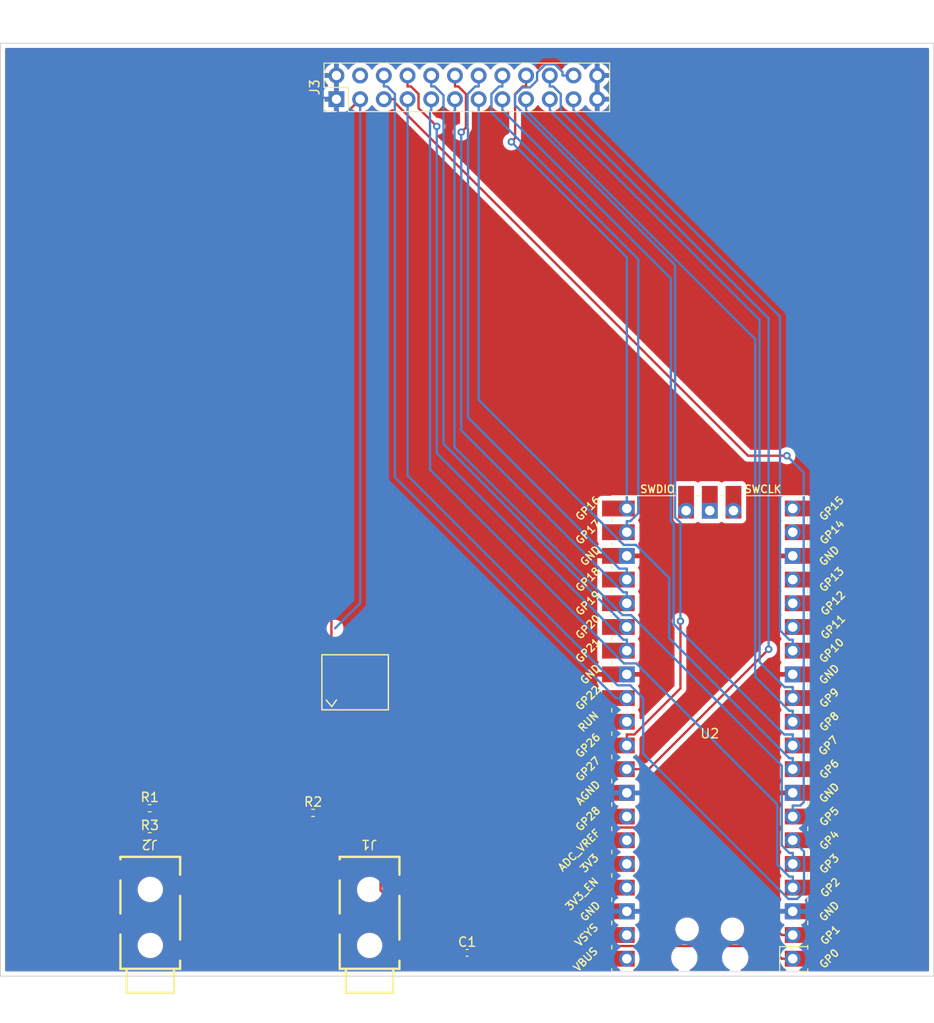
<source format=kicad_pcb>
(kicad_pcb (version 20211014) (generator pcbnew)
  (layers (0 "F.Cu" signal) (31 "B.Cu" signal) (34 "B.Paste" user) (35 "F.Paste" user) (36 "B.SilkS" user "B.Silkscreen") (37 "F.SilkS" user "F.Silkscreen") (38 "B.Mask" user) (39 "F.Mask" user) (44 "Edge.Cuts" user))
  (net 0 "")
  (net 1 "Net-(C1-Pad1)")
  (net 2 "GND")
  (net 3 "Net-(D1-Pad2)")
  (net 4 "Net-(J1-Pad3)")
  (net 7 "Net-(J2-Pad3)")
  (net 8 "Net-(J2-Pad4)")
  (net 9 "+3V3")
  (net 11 "/SCL1")
  (net 12 "/LED_4")
  (net 13 "/SDA1")
  (net 14 "/LED_3")
  (net 15 "/LED_2")
  (net 16 "/BTN_4")
  (net 17 "/LED_1")
  (net 18 "/BTN_3")
  (net 19 "/BTN_2")
  (net 20 "/BTN_5")
  (net 21 "/BTN_1")
  (net 22 "/BTN_6")
  (net 23 "/LED_5")
  (net 24 "/BTN_7")
  (net 25 "/LED_6")
  (net 26 "/SCL2")
  (net 27 "/LED_7")
  (net 28 "/SDA2")
  (net 29 "/Tx")
  (net 30 "Net-(D1-Pad1)")
  (net 32 "/Rx")
  (footprint "Connector_PinHeader_2.54mm:PinHeader_2x12_P2.54mm_Vertical" (layer "F.Cu") (at 100.5 50.5 90)
    (fp_text reference "J3" (at 1.27 -2.33 90) (layer "F.SilkS"))
    (fp_text value "Conn_02x12_Top_Bottom")
    (fp_line (start -1.33 0) (end -1.33 -1.33) (layer "F.SilkS") (width 0.12))
    (fp_line (start 1.27 1.27) (end 1.27 -1.33) (layer "F.SilkS") (width 0.12))
    (fp_line (start 1.27 -1.33) (end 3.87 -1.33) (layer "F.SilkS") (width 0.12))
    (fp_line (start -1.33 1.27) (end -1.33 29.27) (layer "F.SilkS") (width 0.12))
    (fp_line (start 3.87 -1.33) (end 3.87 29.27) (layer "F.SilkS") (width 0.12))
    (fp_line (start -1.33 -1.33) (end 0 -1.33) (layer "F.SilkS") (width 0.12))
    (fp_line (start -1.33 1.27) (end 1.27 1.27) (layer "F.SilkS") (width 0.12))
    (fp_line (start -1.33 29.27) (end 3.87 29.27) (layer "F.SilkS") (width 0.12))
    (pad "1" thru_hole rect (at 0 0 90) (size 1.7 1.7) (drill 1) (layers *.Cu *.Mask) (net 2 "GND"))
    (pad "2" thru_hole oval (at 2.54 0 90) (size 1.7 1.7) (drill 1) (layers *.Cu *.Mask) (net 2 "GND"))
    (pad "3" thru_hole oval (at 0 2.54 90) (size 1.7 1.7) (drill 1) (layers *.Cu *.Mask) (net 9 "+3V3"))
    (pad "4" thru_hole oval (at 2.54 2.54 90) (size 1.7 1.7) (drill 1) (layers *.Cu *.Mask))
    (pad "5" thru_hole oval (at 0 5.08 90) (size 1.7 1.7) (drill 1) (layers *.Cu *.Mask) (net 11 "/SCL1"))
    (pad "6" thru_hole oval (at 2.54 5.08 90) (size 1.7 1.7) (drill 1) (layers *.Cu *.Mask) (net 12 "/LED_4"))
    (pad "7" thru_hole oval (at 0 7.62 90) (size 1.7 1.7) (drill 1) (layers *.Cu *.Mask) (net 13 "/SDA1"))
    (pad "8" thru_hole oval (at 2.54 7.62 90) (size 1.7 1.7) (drill 1) (layers *.Cu *.Mask) (net 14 "/LED_3"))
    (pad "9" thru_hole oval (at 0 10.16 90) (size 1.7 1.7) (drill 1) (layers *.Cu *.Mask) (net 15 "/LED_2"))
    (pad "10" thru_hole oval (at 2.54 10.16 90) (size 1.7 1.7) (drill 1) (layers *.Cu *.Mask) (net 16 "/BTN_4"))
    (pad "11" thru_hole oval (at 0 12.7 90) (size 1.7 1.7) (drill 1) (layers *.Cu *.Mask) (net 17 "/LED_1"))
    (pad "12" thru_hole oval (at 2.54 12.7 90) (size 1.7 1.7) (drill 1) (layers *.Cu *.Mask) (net 18 "/BTN_3"))
    (pad "13" thru_hole oval (at 0 15.24 90) (size 1.7 1.7) (drill 1) (layers *.Cu *.Mask) (net 19 "/BTN_2"))
    (pad "14" thru_hole oval (at 2.54 15.24 90) (size 1.7 1.7) (drill 1) (layers *.Cu *.Mask) (net 20 "/BTN_5"))
    (pad "15" thru_hole oval (at 0 17.78 90) (size 1.7 1.7) (drill 1) (layers *.Cu *.Mask) (net 21 "/BTN_1"))
    (pad "16" thru_hole oval (at 2.54 17.78 90) (size 1.7 1.7) (drill 1) (layers *.Cu *.Mask) (net 22 "/BTN_6"))
    (pad "17" thru_hole oval (at 0 20.32 90) (size 1.7 1.7) (drill 1) (layers *.Cu *.Mask) (net 23 "/LED_5"))
    (pad "18" thru_hole oval (at 2.54 20.32 90) (size 1.7 1.7) (drill 1) (layers *.Cu *.Mask) (net 24 "/BTN_7"))
    (pad "19" thru_hole oval (at 0 22.86 90) (size 1.7 1.7) (drill 1) (layers *.Cu *.Mask) (net 25 "/LED_6"))
    (pad "20" thru_hole oval (at 2.54 22.86 90) (size 1.7 1.7) (drill 1) (layers *.Cu *.Mask) (net 26 "/SCL2"))
    (pad "21" thru_hole oval (at 0 25.4 90) (size 1.7 1.7) (drill 1) (layers *.Cu *.Mask) (net 27 "/LED_7"))
    (pad "22" thru_hole oval (at 2.54 25.4 90) (size 1.7 1.7) (drill 1) (layers *.Cu *.Mask) (net 28 "/SDA2"))
    (pad "23" thru_hole oval (at 0 27.94 90) (size 1.7 1.7) (drill 1) (layers *.Cu *.Mask) (net 2 "GND"))
    (pad "24" thru_hole oval (at 2.54 27.94 90) (size 1.7 1.7) (drill 1) (layers *.Cu *.Mask) (net 2 "GND"))
  )
  (footprint "Capacitor_SMD:C_0402_1005Metric" (layer "F.Cu") (at 114.5 142)
    (fp_text reference "C1" (at 0 -1.16) (layer "F.SilkS"))
    (fp_text value "100n")
    (fp_line (start -0.107836 -0.36) (end 0.107836 -0.36) (layer "F.SilkS") (width 0.12))
    (fp_line (start -0.107836 0.36) (end 0.107836 0.36) (layer "F.SilkS") (width 0.12))
    (pad "1" smd roundrect (at -0.48 0) (size 0.56 0.62) (layers "F.Cu" "F.Paste" "F.Mask") (net 1 "Net-(C1-Pad1)"))
    (pad "2" smd roundrect (at 0.48 0) (size 0.56 0.62) (layers "F.Cu" "F.Paste" "F.Mask") (net 2 "GND"))
  )
  (footprint "Resistor_SMD:R_0402_1005Metric" (layer "F.Cu") (at 98 127)
    (fp_text reference "R2" (at 0 -1.17) (layer "F.SilkS"))
    (fp_text value "10R")
    (fp_line (start -0.153641 -0.38) (end 0.153641 -0.38) (layer "F.SilkS") (width 0.12))
    (fp_line (start -0.153641 0.38) (end 0.153641 0.38) (layer "F.SilkS") (width 0.12))
    (pad "1" smd roundrect (at -0.51 0) (size 0.54 0.64) (layers "F.Cu" "F.Paste" "F.Mask") (net 8 "Net-(J2-Pad4)"))
    (pad "2" smd roundrect (at 0.51 0) (size 0.54 0.64) (layers "F.Cu" "F.Paste" "F.Mask") (net 29 "/Tx"))
  )
  (footprint "MCU_RaspberryPi_and_Boards:RPi_Pico_SMD_TH" (layer "F.Cu") (at 140.5 118.5 180)
    (fp_text reference "U2" (at 0 0) (layer "F.SilkS"))
    (fp_text value "Pico")
    (fp_text user "GP14" (at -13.1 21.59 45) (layer "F.SilkS") (effects (font (size 0.8 0.8))))
    (fp_text user "GND" (at -12.8 -19.05 45) (layer "F.SilkS") (effects (font (size 0.8 0.8))))
    (fp_text user "3V3_EN" (at 13.7 -17.2 45) (layer "F.SilkS") (effects (font (size 0.8 0.8))))
    (fp_text user "ADC_VREF" (at 14 -12.5 45) (layer "F.SilkS") (effects (font (size 0.8 0.8))))
    (fp_text user "GP28" (at 13.054 -9.144 45) (layer "F.SilkS") (effects (font (size 0.8 0.8))))
    (fp_text user "GND" (at 12.8 -19.05 45) (layer "F.SilkS") (effects (font (size 0.8 0.8))))
    (fp_text user "GP5" (at -12.8 -8.89 45) (layer "F.SilkS") (effects (font (size 0.8 0.8))))
    (fp_text user "GP15" (at -13.054 24.13 45) (layer "F.SilkS") (effects (font (size 0.8 0.8))))
    (fp_text user "GND" (at -12.8 19.05 45) (layer "F.SilkS") (effects (font (size 0.8 0.8))))
    (fp_text user "GP4" (at -12.8 -11.43 45) (layer "F.SilkS") (effects (font (size 0.8 0.8))))
    (fp_text user "GP6" (at -12.8 -3.81 45) (layer "F.SilkS") (effects (font (size 0.8 0.8))))
    (fp_text user "GND" (at -12.8 -6.35 45) (layer "F.SilkS") (effects (font (size 0.8 0.8))))
    (fp_text user "SWCLK" (at -5.7 26.2) (layer "F.SilkS") (effects (font (size 0.8 0.8))))
    (fp_text user "GND" (at 12.8 6.35 45) (layer "F.SilkS") (effects (font (size 0.8 0.8))))
    (fp_text user "GP19" (at 13.054 13.97 45) (layer "F.SilkS") (effects (font (size 0.8 0.8))))
    (fp_text user "GP1" (at -12.9 -21.6 45) (layer "F.SilkS") (effects (font (size 0.8 0.8))))
    (fp_text user "GP3" (at -12.8 -13.97 45) (layer "F.SilkS") (effects (font (size 0.8 0.8))))
    (fp_text user "GP8" (at -12.8 1.27 45) (layer "F.SilkS") (effects (font (size 0.8 0.8))))
    (fp_text user "GP0" (at -12.8 -24.13 45) (layer "F.SilkS") (effects (font (size 0.8 0.8))))
    (fp_text user "GP10" (at -13.054 8.89 45) (layer "F.SilkS") (effects (font (size 0.8 0.8))))
    (fp_text user "GP9" (at -12.8 3.81 45) (layer "F.SilkS") (effects (font (size 0.8 0.8))))
    (fp_text user "GP12" (at -13.2 13.97 45) (layer "F.SilkS") (effects (font (size 0.8 0.8))))
    (fp_text user "GP7" (at -12.7 -1.3 45) (layer "F.SilkS") (effects (font (size 0.8 0.8))))
    (fp_text user "GP2" (at -12.9 -16.51 45) (layer "F.SilkS") (effects (font (size 0.8 0.8))))
    (fp_text user "GP13" (at -13.054 16.51 45) (layer "F.SilkS") (effects (font (size 0.8 0.8))))
    (fp_text user "VBUS" (at 13.3 -24.2 45) (layer "F.SilkS") (effects (font (size 0.8 0.8))))
    (fp_text user "GP21" (at 13.054 8.9 45) (layer "F.SilkS") (effects (font (size 0.8 0.8))))
    (fp_text user "GND" (at -12.8 6.35 45) (layer "F.SilkS") (effects (font (size 0.8 0.8))))
    (fp_text user "GP27" (at 13.054 -3.8 45) (layer "F.SilkS") (effects (font (size 0.8 0.8))))
    (fp_text user "3V3" (at 12.9 -13.9 45) (layer "F.SilkS") (effects (font (size 0.8 0.8))))
    (fp_text user "RUN" (at 13 1.27 45) (layer "F.SilkS") (effects (font (size 0.8 0.8))))
    (fp_text user "SWDIO" (at 5.6 26.2) (layer "F.SilkS") (effects (font (size 0.8 0.8))))
    (fp_text user "GP26" (at 13.054 -1.27 45) (layer "F.SilkS") (effects (font (size 0.8 0.8))))
    (fp_text user "AGND" (at 13.054 -6.35 45) (layer "F.SilkS") (effects (font (size 0.8 0.8))))
    (fp_text user "GP16" (at 13.054 24.13 45) (layer "F.SilkS") (effects (font (size 0.8 0.8))))
    (fp_text user "GP18" (at 13.054 16.51 45) (layer "F.SilkS") (effects (font (size 0.8 0.8))))
    (fp_text user "GP22" (at 13.054 3.81 45) (layer "F.SilkS") (effects (font (size 0.8 0.8))))
    (fp_text user "VSYS" (at 13.2 -21.59 45) (layer "F.SilkS") (effects (font (size 0.8 0.8))))
    (fp_text user "GP20" (at 13.054 11.43 45) (layer "F.SilkS") (effects (font (size 0.8 0.8))))
    (fp_text user "GND" (at 12.8 19.05 45) (layer "F.SilkS") (effects (font (size 0.8 0.8))))
    (fp_text user "GP17" (at 13.054 21.59 45) (layer "F.SilkS") (effects (font (size 0.8 0.8))))
    (fp_text user "GP11" (at -13.2 11.43 45) (layer "F.SilkS") (effects (font (size 0.8 0.8))))
    (fp_line (start 10.5 25.5) (end 3.7 25.5) (layer "F.SilkS") (width 0.12))
    (fp_line (start -10.5 -18) (end -10.5 -17.6) (layer "F.SilkS") (width 0.12))
    (fp_line (start -10.5 -0.2) (end -10.5 0.2) (layer "F.SilkS") (width 0.12))
    (fp_line (start -10.5 -20.5) (end -10.5 -20.1) (layer "F.SilkS") (width 0.12))
    (fp_line (start -10.5 -22.833) (end -7.493 -22.833) (layer "F.SilkS") (width 0.12))
    (fp_line (start -10.5 -10.4) (end -10.5 -10) (layer "F.SilkS") (width 0.12))
    (fp_line (start -10.5 -5.3) (end -10.5 -4.9) (layer "F.SilkS") (width 0.12))
    (fp_line (start -10.5 2.3) (end -10.5 2.7) (layer "F.SilkS") (width 0.12))
    (fp_line (start 10.5 -23.1) (end 10.5 -22.7) (layer "F.SilkS") (width 0.12))
    (fp_line (start -10.5 -12.9) (end -10.5 -12.5) (layer "F.SilkS") (width 0.12))
    (fp_line (start 10.5 10) (end 10.5 10.4) (layer "F.SilkS") (width 0.12))
    (fp_line (start 10.5 -10.4) (end 10.5 -10) (layer "F.SilkS") (width 0.12))
    (fp_line (start 10.5 7.4) (end 10.5 7.8) (layer "F.SilkS") (width 0.12))
    (fp_line (start 10.5 -2.7) (end 10.5 -2.3) (layer "F.SilkS") (width 0.12))
    (fp_line (start -10.5 17.6) (end -10.5 18) (layer "F.SilkS") (width 0.12))
    (fp_line (start -10.5 4.9) (end -10.5 5.3) (layer "F.SilkS") (width 0.12))
    (fp_line (start 10.5 22.7) (end 10.5 23.1) (layer "F.SilkS") (width 0.12))
    (fp_line (start -10.5 -2.7) (end -10.5 -2.3) (layer "F.SilkS") (width 0.12))
    (fp_line (start -1.5 25.5) (end -1.1 25.5) (layer "F.SilkS") (width 0.12))
    (fp_line (start -10.5 -7.8) (end -10.5 -7.4) (layer "F.SilkS") (width 0.12))
    (fp_line (start 10.5 2.3) (end 10.5 2.7) (layer "F.SilkS") (width 0.12))
    (fp_line (start 10.5 12.5) (end 10.5 12.9) (layer "F.SilkS") (width 0.12))
    (fp_line (start -10.5 10) (end -10.5 10.4) (layer "F.SilkS") (width 0.12))
    (fp_line (start -3.7 25.5) (end -10.5 25.5) (layer "F.SilkS") (width 0.12))
    (fp_line (start 10.5 15.1) (end 10.5 15.5) (layer "F.SilkS") (width 0.12))
    (fp_line (start -10.5 -15.4) (end -10.5 -15) (layer "F.SilkS") (width 0.12))
    (fp_line (start 10.5 4.9) (end 10.5 5.3) (layer "F.SilkS") (width 0.12))
    (fp_line (start -10.5 -25.5) (end -10.5 -25.2) (layer "F.SilkS") (width 0.12))
    (fp_line (start 10.5 20.1) (end 10.5 20.5) (layer "F.SilkS") (width 0.12))
    (fp_line (start 10.5 -5.3) (end 10.5 -4.9) (layer "F.SilkS") (width 0.12))
    (fp_line (start -10.5 -25.5) (end 10.5 -25.5) (layer "F.SilkS") (width 0.12))
    (fp_line (start 10.5 17.6) (end 10.5 18) (layer "F.SilkS") (width 0.12))
    (fp_line (start 10.5 -18) (end 10.5 -17.6) (layer "F.SilkS") (width 0.12))
    (fp_line (start -7.493 -22.833) (end -7.493 -25.5) (layer "F.SilkS") (width 0.12))
    (fp_line (start 10.5 -15.4) (end 10.5 -15) (layer "F.SilkS") (width 0.12))
    (fp_line (start -10.5 20.1) (end -10.5 20.5) (layer "F.SilkS") (width 0.12))
    (fp_line (start -10.5 7.4) (end -10.5 7.8) (layer "F.SilkS") (width 0.12))
    (fp_line (start 1.1 25.5) (end 1.5 25.5) (layer "F.SilkS") (width 0.12))
    (fp_line (start -10.5 15.1) (end -10.5 15.5) (layer "F.SilkS") (width 0.12))
    (fp_line (start -10.5 -23.1) (end -10.5 -22.7) (layer "F.SilkS") (width 0.12))
    (fp_line (start 10.5 -20.5) (end 10.5 -20.1) (layer "F.SilkS") (width 0.12))
    (fp_line (start -10.5 22.7) (end -10.5 23.1) (layer "F.SilkS") (width 0.12))
    (fp_line (start 10.5 -0.2) (end 10.5 0.2) (layer "F.SilkS") (width 0.12))
    (fp_line (start 10.5 -7.8) (end 10.5 -7.4) (layer "F.SilkS") (width 0.12))
    (fp_line (start 10.5 -12.9) (end 10.5 -12.5) (layer "F.SilkS") (width 0.12))
    (fp_line (start 10.5 -25.5) (end 10.5 -25.2) (layer "F.SilkS") (width 0.12))
    (fp_line (start -10.5 12.5) (end -10.5 12.9) (layer "F.SilkS") (width 0.12))
    (pad "" np_thru_hole oval (at -2.725 -24 180) (size 1.8 1.8) (drill 1.8) (layers *.Cu *.Mask))
    (pad "" np_thru_hole oval (at -2.425 -20.97 180) (size 1.5 1.5) (drill 1.5) (layers *.Cu *.Mask))
    (pad "" np_thru_hole oval (at 2.425 -20.97 180) (size 1.5 1.5) (drill 1.5) (layers *.Cu *.Mask))
    (pad "" np_thru_hole oval (at 2.725 -24 180) (size 1.8 1.8) (drill 1.8) (layers *.Cu *.Mask))
    (pad "1" thru_hole oval (at -8.89 -24.13 180) (size 1.7 1.7) (drill 1.02) (layers *.Cu *.Mask) (net 29 "/Tx"))
    (pad "1" smd rect (at -8.89 -24.13 180) (size 3.5 1.7) (drill (offset -0.9 0)) (layers "F.Cu" "F.Mask") (net 29 "/Tx"))
    (pad "2" smd rect (at -8.89 -21.59 180) (size 3.5 1.7) (drill (offset -0.9 0)) (layers "F.Cu" "F.Mask") (net 32 "/Rx"))
    (pad "2" thru_hole oval (at -8.89 -21.59 180) (size 1.7 1.7) (drill 1.02) (layers *.Cu *.Mask) (net 32 "/Rx"))
    (pad "3" smd rect (at -8.89 -19.05 180) (size 3.5 1.7) (drill (offset -0.9 0)) (layers "F.Cu" "F.Mask") (net 2 "GND"))
    (pad "3" thru_hole rect (at -8.89 -19.05 180) (size 1.7 1.7) (drill 1.02) (layers *.Cu *.Mask) (net 2 "GND"))
    (pad "4" smd rect (at -8.89 -16.51 180) (size 3.5 1.7) (drill (offset -0.9 0)) (layers "F.Cu" "F.Mask") (net 15 "/LED_2"))
    (pad "4" thru_hole oval (at -8.89 -16.51 180) (size 1.7 1.7) (drill 1.02) (layers *.Cu *.Mask) (net 15 "/LED_2"))
    (pad "5" smd rect (at -8.89 -13.97 180) (size 3.5 1.7) (drill (offset -0.9 0)) (layers "F.Cu" "F.Mask") (net 17 "/LED_1"))
    (pad "5" thru_hole oval (at -8.89 -13.97 180) (size 1.7 1.7) (drill 1.02) (layers *.Cu *.Mask) (net 17 "/LED_1"))
    (pad "6" smd rect (at -8.89 -11.43 180) (size 3.5 1.7) (drill (offset -0.9 0)) (layers "F.Cu" "F.Mask") (net 13 "/SDA1"))
    (pad "6" thru_hole oval (at -8.89 -11.43 180) (size 1.7 1.7) (drill 1.02) (layers *.Cu *.Mask) (net 13 "/SDA1"))
    (pad "7" smd rect (at -8.89 -8.89 180) (size 3.5 1.7) (drill (offset -0.9 0)) (layers "F.Cu" "F.Mask") (net 11 "/SCL1"))
    (pad "7" thru_hole oval (at -8.89 -8.89 180) (size 1.7 1.7) (drill 1.02) (layers *.Cu *.Mask) (net 11 "/SCL1"))
    (pad "8" smd rect (at -8.89 -6.35 180) (size 3.5 1.7) (drill (offset -0.9 0)) (layers "F.Cu" "F.Mask") (net 2 "GND"))
    (pad "8" thru_hole rect (at -8.89 -6.35 180) (size 1.7 1.7) (drill 1.02) (layers *.Cu *.Mask) (net 2 "GND"))
    (pad "9" smd rect (at -8.89 -3.81 180) (size 3.5 1.7) (drill (offset -0.9 0)) (layers "F.Cu" "F.Mask") (net 19 "/BTN_2"))
    (pad "9" thru_hole oval (at -8.89 -3.81 180) (size 1.7 1.7) (drill 1.02) (layers *.Cu *.Mask) (net 19 "/BTN_2"))
    (pad "10" thru_hole oval (at -8.89 -1.27 180) (size 1.7 1.7) (drill 1.02) (layers *.Cu *.Mask) (net 21 "/BTN_1"))
    (pad "10" smd rect (at -8.89 -1.27 180) (size 3.5 1.7) (drill (offset -0.9 0)) (layers "F.Cu" "F.Mask") (net 21 "/BTN_1"))
    (pad "11" smd rect (at -8.89 1.27 180) (size 3.5 1.7) (drill (offset -0.9 0)) (layers "F.Cu" "F.Mask") (net 23 "/LED_5"))
    (pad "11" thru_hole oval (at -8.89 1.27 180) (size 1.7 1.7) (drill 1.02) (layers *.Cu *.Mask) (net 23 "/LED_5"))
    (pad "12" thru_hole oval (at -8.89 3.81 180) (size 1.7 1.7) (drill 1.02) (layers *.Cu *.Mask) (net 25 "/LED_6"))
    (pad "12" smd rect (at -8.89 3.81 180) (size 3.5 1.7) (drill (offset -0.9 0)) (layers "F.Cu" "F.Mask") (net 25 "/LED_6"))
    (pad "13" smd rect (at -8.89 6.35 180) (size 3.5 1.7) (drill (offset -0.9 0)) (layers "F.Cu" "F.Mask") (net 2 "GND"))
    (pad "13" thru_hole rect (at -8.89 6.35 180) (size 1.7 1.7) (drill 1.02) (layers *.Cu *.Mask) (net 2 "GND"))
    (pad "14" thru_hole oval (at -8.89 8.89 180) (size 1.7 1.7) (drill 1.02) (layers *.Cu *.Mask) (net 27 "/LED_7"))
    (pad "14" smd rect (at -8.89 8.89 180) (size 3.5 1.7) (drill (offset -0.9 0)) (layers "F.Cu" "F.Mask") (net 27 "/LED_7"))
    (pad "15" smd rect (at -8.89 11.43 180) (size 3.5 1.7) (drill (offset -0.9 0)) (layers "F.Cu" "F.Mask"))
    (pad "15" thru_hole oval (at -8.89 11.43 180) (size 1.7 1.7) (drill 1.02) (layers *.Cu *.Mask))
    (pad "16" thru_hole oval (at -8.89 13.97 180) (size 1.7 1.7) (drill 1.02) (layers *.Cu *.Mask))
    (pad "16" smd rect (at -8.89 13.97 180) (size 3.5 1.7) (drill (offset -0.9 0)) (layers "F.Cu" "F.Mask"))
    (pad "17" thru_hole oval (at -8.89 16.51 180) (size 1.7 1.7) (drill 1.02) (layers *.Cu *.Mask))
    (pad "17" smd rect (at -8.89 16.51 180) (size 3.5 1.7) (drill (offset -0.9 0)) (layers "F.Cu" "F.Mask"))
    (pad "18" smd rect (at -8.89 19.05 180) (size 3.5 1.7) (drill (offset -0.9 0)) (layers "F.Cu" "F.Mask") (net 2 "GND"))
    (pad "18" thru_hole rect (at -8.89 19.05 180) (size 1.7 1.7) (drill 1.02) (layers *.Cu *.Mask) (net 2 "GND"))
    (pad "19" smd rect (at -8.89 21.59 180) (size 3.5 1.7) (drill (offset -0.9 0)) (layers "F.Cu" "F.Mask"))
    (pad "19" thru_hole oval (at -8.89 21.59 180) (size 1.7 1.7) (drill 1.02) (layers *.Cu *.Mask))
    (pad "20" thru_hole oval (at -8.89 24.13 180) (size 1.7 1.7) (drill 1.02) (layers *.Cu *.Mask))
    (pad "20" smd rect (at -8.89 24.13 180) (size 3.5 1.7) (drill (offset -0.9 0)) (layers "F.Cu" "F.Mask"))
    (pad "21" thru_hole oval (at 8.89 24.13 180) (size 1.7 1.7) (drill 1.02) (layers *.Cu *.Mask) (net 24 "/BTN_7"))
    (pad "21" smd rect (at 8.89 24.13 180) (size 3.5 1.7) (drill (offset 0.9 0)) (layers "F.Cu" "F.Mask") (net 24 "/BTN_7"))
    (pad "22" smd rect (at 8.89 21.59 180) (size 3.5 1.7) (drill (offset 0.9 0)) (layers "F.Cu" "F.Mask") (net 22 "/BTN_6"))
    (pad "22" thru_hole oval (at 8.89 21.59 180) (size 1.7 1.7) (drill 1.02) (layers *.Cu *.Mask) (net 22 "/BTN_6"))
    (pad "23" thru_hole rect (at 8.89 19.05 180) (size 1.7 1.7) (drill 1.02) (layers *.Cu *.Mask) (net 2 "GND"))
    (pad "23" smd rect (at 8.89 19.05 180) (size 3.5 1.7) (drill (offset 0.9 0)) (layers "F.Cu" "F.Mask") (net 2 "GND"))
    (pad "24" thru_hole oval (at 8.89 16.51 180) (size 1.7 1.7) (drill 1.02) (layers *.Cu *.Mask) (net 20 "/BTN_5"))
    (pad "24" smd rect (at 8.89 16.51 180) (size 3.5 1.7) (drill (offset 0.9 0)) (layers "F.Cu" "F.Mask") (net 20 "/BTN_5"))
    (pad "25" smd rect (at 8.89 13.97 180) (size 3.5 1.7) (drill (offset 0.9 0)) (layers "F.Cu" "F.Mask") (net 18 "/BTN_3"))
    (pad "25" thru_hole oval (at 8.89 13.97 180) (size 1.7 1.7) (drill 1.02) (layers *.Cu *.Mask) (net 18 "/BTN_3"))
    (pad "26" thru_hole oval (at 8.89 11.43 180) (size 1.7 1.7) (drill 1.02) (layers *.Cu *.Mask) (net 16 "/BTN_4"))
    (pad "26" smd rect (at 8.89 11.43 180) (size 3.5 1.7) (drill (offset 0.9 0)) (layers "F.Cu" "F.Mask") (net 16 "/BTN_4"))
    (pad "27" smd rect (at 8.89 8.89 180) (size 3.5 1.7) (drill (offset 0.9 0)) (layers "F.Cu" "F.Mask") (net 14 "/LED_3"))
    (pad "27" thru_hole oval (at 8.89 8.89 180) (size 1.7 1.7) (drill 1.02) (layers *.Cu *.Mask) (net 14 "/LED_3"))
    (pad "28" smd rect (at 8.89 6.35 180) (size 3.5 1.7) (drill (offset 0.9 0)) (layers "F.Cu" "F.Mask") (net 2 "GND"))
    (pad "28" thru_hole rect (at 8.89 6.35 180) (size 1.7 1.7) (drill 1.02) (layers *.Cu *.Mask) (net 2 "GND"))
    (pad "29" smd rect (at 8.89 3.81 180) (size 3.5 1.7) (drill (offset 0.9 0)) (layers "F.Cu" "F.Mask") (net 12 "/LED_4"))
    (pad "29" thru_hole oval (at 8.89 3.81 180) (size 1.7 1.7) (drill 1.02) (layers *.Cu *.Mask) (net 12 "/LED_4"))
    (pad "30" thru_hole oval (at 8.89 1.27 180) (size 1.7 1.7) (drill 1.02) (layers *.Cu *.Mask))
    (pad "30" smd rect (at 8.89 1.27 180) (size 3.5 1.7) (drill (offset 0.9 0)) (layers "F.Cu" "F.Mask"))
    (pad "31" thru_hole oval (at 8.89 -1.27 180) (size 1.7 1.7) (drill 1.02) (layers *.Cu *.Mask) (net 28 "/SDA2"))
    (pad "31" smd rect (at 8.89 -1.27 180) (size 3.5 1.7) (drill (offset 0.9 0)) (layers "F.Cu" "F.Mask") (net 28 "/SDA2"))
    (pad "32" smd rect (at 8.89 -3.81 180) (size 3.5 1.7) (drill (offset 0.9 0)) (layers "F.Cu" "F.Mask") (net 26 "/SCL2"))
    (pad "32" thru_hole oval (at 8.89 -3.81 180) (size 1.7 1.7) (drill 1.02) (layers *.Cu *.Mask) (net 26 "/SCL2"))
    (pad "33" smd rect (at 8.89 -6.35 180) (size 3.5 1.7) (drill (offset 0.9 0)) (layers "F.Cu" "F.Mask") (net 2 "GND"))
    (pad "33" thru_hole rect (at 8.89 -6.35 180) (size 1.7 1.7) (drill 1.02) (layers *.Cu *.Mask) (net 2 "GND"))
    (pad "34" thru_hole oval (at 8.89 -8.89 180) (size 1.7 1.7) (drill 1.02) (layers *.Cu *.Mask))
    (pad "34" smd rect (at 8.89 -8.89 180) (size 3.5 1.7) (drill (offset 0.9 0)) (layers "F.Cu" "F.Mask"))
    (pad "35" thru_hole oval (at 8.89 -11.43 180) (size 1.7 1.7) (drill 1.02) (layers *.Cu *.Mask))
    (pad "35" smd rect (at 8.89 -11.43 180) (size 3.5 1.7) (drill (offset 0.9 0)) (layers "F.Cu" "F.Mask"))
    (pad "36" smd rect (at 8.89 -13.97 180) (size 3.5 1.7) (drill (offset 0.9 0)) (layers "F.Cu" "F.Mask") (net 9 "+3V3"))
    (pad "36" thru_hole oval (at 8.89 -13.97 180) (size 1.7 1.7) (drill 1.02) (layers *.Cu *.Mask) (net 9 "+3V3"))
    (pad "37" smd rect (at 8.89 -16.51 180) (size 3.5 1.7) (drill (offset 0.9 0)) (layers "F.Cu" "F.Mask"))
    (pad "37" thru_hole oval (at 8.89 -16.51 180) (size 1.7 1.7) (drill 1.02) (layers *.Cu *.Mask))
    (pad "38" smd rect (at 8.89 -19.05 180) (size 3.5 1.7) (drill (offset 0.9 0)) (layers "F.Cu" "F.Mask") (net 2 "GND"))
    (pad "38" thru_hole rect (at 8.89 -19.05 180) (size 1.7 1.7) (drill 1.02) (layers *.Cu *.Mask) (net 2 "GND"))
    (pad "39" smd rect (at 8.89 -21.59 180) (size 3.5 1.7) (drill (offset 0.9 0)) (layers "F.Cu" "F.Mask"))
    (pad "39" thru_hole oval (at 8.89 -21.59 180) (size 1.7 1.7) (drill 1.02) (layers *.Cu *.Mask))
    (pad "40" smd rect (at 8.89 -24.13 180) (size 3.5 1.7) (drill (offset 0.9 0)) (layers "F.Cu" "F.Mask"))
    (pad "40" thru_hole oval (at 8.89 -24.13 180) (size 1.7 1.7) (drill 1.02) (layers *.Cu *.Mask))
    (pad "41" smd rect (at -2.54 23.9 270) (size 3.5 1.7) (drill (offset -0.9 0)) (layers "F.Cu" "F.Mask"))
    (pad "41" thru_hole oval (at -2.54 23.9 180) (size 1.7 1.7) (drill 1.02) (layers *.Cu *.Mask))
    (pad "42" smd rect (at 0 23.9 270) (size 3.5 1.7) (drill (offset -0.9 0)) (layers "F.Cu" "F.Mask"))
    (pad "42" thru_hole rect (at 0 23.9 180) (size 1.7 1.7) (drill 1.02) (layers *.Cu *.Mask))
    (pad "43" thru_hole oval (at 2.54 23.9 180) (size 1.7 1.7) (drill 1.02) (layers *.Cu *.Mask))
    (pad "43" smd rect (at 2.54 23.9 270) (size 3.5 1.7) (drill (offset -0.9 0)) (layers "F.Cu" "F.Mask"))
  )
  (footprint "Library:Everlight_H11L1S" (layer "F.Cu") (at 102.5 113)
    (fp_text reference "U1" hide)
    (fp_text value "H11L1" hide)
    (fp_line (start -2.5 2.6) (end -2 1.9) (layer "F.SilkS") (width 0.15))
    (fp_line (start -3.1 1.9) (end -2.5 2.6) (layer "F.SilkS") (width 0.15))
    (fp_poly (pts (xy -3.56 -2.95) (xy -3.56 2.95) (xy 3.56 2.95) (xy 3.56 -2.95)) (layer "F.SilkS") (width 0.15) (fill none))
    (pad "1" smd rect (at -2.54 3.875) (size 1.78 1.56) (layers "F.Cu" "F.Paste" "F.Mask") (net 30 "Net-(D1-Pad1)"))
    (pad "2" smd rect (at 0 3.875) (size 1.78 1.56) (layers "F.Cu" "F.Paste" "F.Mask") (net 3 "Net-(D1-Pad2)"))
    (pad "3" smd rect (at 2.54 3.875) (size 1.78 1.56) (layers "F.Cu" "F.Paste" "F.Mask"))
    (pad "4" smd rect (at 2.54 -3.875) (size 1.78 1.56) (layers "F.Cu" "F.Paste" "F.Mask") (net 32 "/Rx"))
    (pad "5" smd rect (at 0 -3.875) (size 1.78 1.56) (layers "F.Cu" "F.Paste" "F.Mask") (net 2 "GND"))
    (pad "6" smd rect (at -2.54 -3.875) (size 1.78 1.52) (layers "F.Cu" "F.Paste" "F.Mask") (net 9 "+3V3"))
  )
  (footprint "Library:PJ-327C-4A" (layer "F.Cu") (at 104 139 180)
    (fp_text reference "J1" (at 0 8.6 180 unlocked) (layer "F.SilkS"))
    (fp_text value "PJ-327C-4A")
    (fp_line (start 2.49 -7.29) (end 2.49 -6.598) (layer "F.SilkS") (width 0.254))
    (fp_line (start -3.25 2.959) (end -3.25 3.109) (layer "F.SilkS") (width 0.254))
    (fp_line (start 3.15 -4.71) (end 3.15 -1.041) (layer "F.SilkS") (width 0.254))
    (fp_line (start 3.15 7.021) (end 3.15 7.29) (layer "F.SilkS") (width 0.254))
    (fp_line (start -3.25 2.959) (end -3.25 -1.579) (layer "F.SilkS") (width 0.254))
    (fp_line (start 3.15 1.221) (end 3.15 4.759) (layer "F.SilkS") (width 0.254))
    (fp_line (start -3.25 5.371) (end -3.25 7.29) (layer "F.SilkS") (width 0.254))
    (fp_line (start -3.25 -4.71) (end 3.15 -4.71) (layer "F.SilkS") (width 0.254))
    (fp_line (start -2.59 -6.742) (end -2.59 -4.71) (layer "F.SilkS") (width 0.254))
    (fp_line (start 2.49 -6.742) (end 2.49 -4.71) (layer "F.SilkS") (width 0.254))
    (fp_line (start -3.25 7.29) (end 3.15 7.29) (layer "F.SilkS") (width 0.254))
    (fp_line (start -3.25 -3.841) (end -3.25 -4.71) (layer "F.SilkS") (width 0.254))
    (fp_line (start -2.59 -7.29) (end -2.59 -6.742) (layer "F.SilkS") (width 0.254))
    (fp_line (start -2.59 -7.29) (end 2.49 -7.29) (layer "F.SilkS") (width 0.254))
    (pad "" np_thru_hole circle (at -0.05 3.79 180) (size 1.7 1.7) (drill 1.7) (layers *.Cu *.Mask))
    (pad "" np_thru_hole circle (at -0.05 -2.21 180) (size 1.7 1.7) (drill 1.7) (layers *.Cu *.Mask))
    (pad "1" smd rect (at -3.45 -2.66 270) (size 1.8 2.8) (layers "F.Cu" "F.Paste" "F.Mask") (net 1 "Net-(C1-Pad1)"))
    (pad "2" smd rect (at -3.45 4.24 270) (size 1.8 2.8) (layers "F.Cu" "F.Paste" "F.Mask") (net 3 "Net-(D1-Pad2)"))
    (pad "3" smd rect (at 3.35 0.09 270) (size 1.8 2.5) (layers "F.Cu" "F.Paste" "F.Mask") (net 4 "Net-(J1-Pad3)"))
    (pad "4" smd rect (at 3.35 5.89 270) (size 1.8 3) (layers "F.Cu" "F.Paste" "F.Mask"))
  )
  (footprint "Resistor_SMD:R_0402_1005Metric" (layer "F.Cu") (at 80.49 126.5)
    (fp_text reference "R1" (at 0 -1.17) (layer "F.SilkS"))
    (fp_text value "68R")
    (fp_line (start -0.153641 -0.38) (end 0.153641 -0.38) (layer "F.SilkS") (width 0.12))
    (fp_line (start -0.153641 0.38) (end 0.153641 0.38) (layer "F.SilkS") (width 0.12))
    (pad "1" smd roundrect (at -0.51 0) (size 0.54 0.64) (layers "F.Cu" "F.Paste" "F.Mask") (net 9 "+3V3"))
    (pad "2" smd roundrect (at 0.51 0) (size 0.54 0.64) (layers "F.Cu" "F.Paste" "F.Mask") (net 7 "Net-(J2-Pad3)"))
  )
  (footprint "Library:PJ-327C-4A" (layer "F.Cu") (at 80.5 139 180)
    (fp_text reference "J2" (at 0 8.6 180 unlocked) (layer "F.SilkS"))
    (fp_text value "PJ-327C-4A")
    (fp_line (start -2.59 -7.29) (end -2.59 -6.742) (layer "F.SilkS") (width 0.254))
    (fp_line (start 2.49 -7.29) (end 2.49 -6.598) (layer "F.SilkS") (width 0.254))
    (fp_line (start -3.25 2.959) (end -3.25 -1.579) (layer "F.SilkS") (width 0.254))
    (fp_line (start 3.15 7.021) (end 3.15 7.29) (layer "F.SilkS") (width 0.254))
    (fp_line (start -2.59 -6.742) (end -2.59 -4.71) (layer "F.SilkS") (width 0.254))
    (fp_line (start -2.59 -7.29) (end 2.49 -7.29) (layer "F.SilkS") (width 0.254))
    (fp_line (start -3.25 -3.841) (end -3.25 -4.71) (layer "F.SilkS") (width 0.254))
    (fp_line (start 3.15 1.221) (end 3.15 4.759) (layer "F.SilkS") (width 0.254))
    (fp_line (start -3.25 7.29) (end 3.15 7.29) (layer "F.SilkS") (width 0.254))
    (fp_line (start -3.25 2.959) (end -3.25 3.109) (layer "F.SilkS") (width 0.254))
    (fp_line (start -3.25 5.371) (end -3.25 7.29) (layer "F.SilkS") (width 0.254))
    (fp_line (start -3.25 -4.71) (end 3.15 -4.71) (layer "F.SilkS") (width 0.254))
    (fp_line (start 2.49 -6.742) (end 2.49 -4.71) (layer "F.SilkS") (width 0.254))
    (fp_line (start 3.15 -4.71) (end 3.15 -1.041) (layer "F.SilkS") (width 0.254))
    (pad "" np_thru_hole circle (at -0.05 3.79 180) (size 1.7 1.7) (drill 1.7) (layers *.Cu *.Mask))
    (pad "" np_thru_hole circle (at -0.05 -2.21 180) (size 1.7 1.7) (drill 1.7) (layers *.Cu *.Mask))
    (pad "1" smd rect (at -3.45 -2.66 270) (size 1.8 2.8) (layers "F.Cu" "F.Paste" "F.Mask") (net 2 "GND"))
    (pad "2" smd rect (at -3.45 4.24 270) (size 1.8 2.8) (layers "F.Cu" "F.Paste" "F.Mask"))
    (pad "3" smd rect (at 3.35 0.09 270) (size 1.8 2.5) (layers "F.Cu" "F.Paste" "F.Mask") (net 7 "Net-(J2-Pad3)"))
    (pad "4" smd rect (at 3.35 5.89 270) (size 1.8 3) (layers "F.Cu" "F.Paste" "F.Mask") (net 8 "Net-(J2-Pad4)"))
  )
  (footprint "Resistor_SMD:R_0402_1005Metric" (layer "F.Cu") (at 80.5 129.5)
    (fp_text reference "R3" (at 0 -1.17) (layer "F.SilkS"))
    (fp_text value "68R")
    (fp_line (start -0.153641 0.38) (end 0.153641 0.38) (layer "F.SilkS") (width 0.12))
    (fp_line (start -0.153641 -0.38) (end 0.153641 -0.38) (layer "F.SilkS") (width 0.12))
    (pad "1" smd roundrect (at -0.51 0) (size 0.54 0.64) (layers "F.Cu" "F.Paste" "F.Mask") (net 9 "+3V3"))
    (pad "2" smd roundrect (at 0.51 0) (size 0.54 0.64) (layers "F.Cu" "F.Paste" "F.Mask") (net 7 "Net-(J2-Pad3)"))
  )
  (gr_rect (start 64.5 44.5) (end 164.5 144.5) (layer "Edge.Cuts") (width 0.1) (fill none))
  (segment (start 109.5153 142) (end 109.1753 141.66) (width 0.25) (layer "F.Cu") (net 1))
  (segment (start 107.45 141.66) (end 109.1753 141.66) (width 0.25) (layer "F.Cu") (net 1))
  (segment (start 114.02 142) (end 109.5153 142) (width 0.25) (layer "F.Cu") (net 1))
  (segment (start 107.45 134.76) (end 105.7247 134.76) (width 0.25) (layer "F.Cu") (net 3))
  (segment (start 105.7247 121.205) (end 102.5 117.9803) (width 0.25) (layer "F.Cu") (net 3))
  (segment (start 102.5 116.875) (end 102.5 117.9803) (width 0.25) (layer "F.Cu") (net 3))
  (segment (start 105.7247 134.76) (end 105.7247 121.205) (width 0.25) (layer "F.Cu") (net 3))
  (segment (start 75.3246 132.0041) (end 75.3246 135.8593) (width 0.25) (layer "F.Cu") (net 7))
  (segment (start 81 126.5) (end 81.01 126.51) (width 0.25) (layer "F.Cu") (net 7))
  (segment (start 81.01 126.51) (end 81.01 129.3166) (width 0.25) (layer "F.Cu") (net 7))
  (segment (start 77.1828 130.1459) (end 75.3246 132.0041) (width 0.25) (layer "F.Cu") (net 7))
  (segment (start 80.3162 130.1459) (end 77.1828 130.1459) (width 0.25) (layer "F.Cu") (net 7))
  (segment (start 75.3246 135.8593) (end 77.15 137.6847) (width 0.25) (layer "F.Cu") (net 7))
  (segment (start 81.01 129.3166) (end 81.01 129.4521) (width 0.25) (layer "F.Cu") (net 7))
  (segment (start 77.15 138.91) (end 77.15 137.6847) (width 0.25) (layer "F.Cu") (net 7))
  (segment (start 81.01 129.3166) (end 81.01 129.5) (width 0.25) (layer "F.Cu") (net 7))
  (segment (start 81.01 129.4521) (end 80.3162 130.1459) (width 0.25) (layer "F.Cu") (net 7))
  (segment (start 91.38 133.11) (end 77.15 133.11) (width 0.25) (layer "F.Cu") (net 8))
  (segment (start 97.49 127) (end 91.38 133.11) (width 0.25) (layer "F.Cu") (net 8))
  (segment (start 79.98 126.5) (end 79.99 126.51) (width 0.25) (layer "F.Cu") (net 9))
  (segment (start 97.355 109.125) (end 99.96 109.125) (width 0.25) (layer "F.Cu") (net 9))
  (segment (start 123.305 132.47) (end 131.61 132.47) (width 0.25) (layer "F.Cu") (net 9))
  (segment (start 99.96 109.125) (end 99.96 110.2103) (width 0.25) (layer "F.Cu") (net 9))
  (segment (start 79.98 126.5) (end 97.355 109.125) (width 0.25) (layer "F.Cu") (net 9))
  (segment (start 79.99 126.51) (end 79.99 129.5) (width 0.25) (layer "F.Cu") (net 9))
  (segment (start 103.04 50.5) (end 99.96 53.58) (width 0.25) (layer "F.Cu") (net 9))
  (segment (start 101.0453 110.2103) (end 123.305 132.47) (width 0.25) (layer "F.Cu") (net 9))
  (segment (start 99.96 53.58) (end 99.96 109.125) (width 0.25) (layer "F.Cu") (net 9))
  (segment (start 99.96 110.2103) (end 101.0453 110.2103) (width 0.25) (layer "F.Cu") (net 9))
  (segment (start 103.04 104.5206) (end 100.3476 107.213) (width 0.25) (layer "B.Cu") (net 9))
  (segment (start 103.04 50.5) (end 103.04 104.5206) (width 0.25) (layer "B.Cu") (net 9))
  (segment (start 106.7553 50.5) (end 106.7553 50.8673) (width 0.25) (layer "F.Cu") (net 11))
  (segment (start 144.6064 88.7184) (end 148.7628 88.7184) (width 0.25) (layer "F.Cu") (net 11))
  (segment (start 105.58 50.5) (end 106.7553 50.5) (width 0.25) (layer "F.Cu") (net 11))
  (segment (start 106.7553 50.8673) (end 144.6064 88.7184) (width 0.25) (layer "F.Cu") (net 11))
  (via (at 148.7628 88.7184) (size 0.8) (drill 0.4) (layers "F.Cu" "B.Cu") (net 11))
  (segment (start 150.1981 126.2147) (end 149.39 126.2147) (width 0.25) (layer "B.Cu") (net 11))
  (segment (start 149.39 127.39) (end 149.39 126.2147) (width 0.25) (layer "B.Cu") (net 11))
  (segment (start 150.5653 90.5209) (end 150.5653 125.8475) (width 0.25) (layer "B.Cu") (net 11))
  (segment (start 148.7628 88.7184) (end 150.5653 90.5209) (width 0.25) (layer "B.Cu") (net 11))
  (segment (start 150.5653 125.8475) (end 150.1981 126.2147) (width 0.25) (layer "B.Cu") (net 11))
  (segment (start 105.58 49.1353) (end 105.9474 49.1353) (width 0.25) (layer "B.Cu") (net 12))
  (segment (start 105.58 47.96) (end 105.58 49.1353) (width 0.25) (layer "B.Cu") (net 12))
  (segment (start 106.7553 49.9432) (end 106.7553 91.0106) (width 0.25) (layer "B.Cu") (net 12))
  (segment (start 105.9474 49.1353) (end 106.7553 49.9432) (width 0.25) (layer "B.Cu") (net 12))
  (segment (start 106.7553 91.0106) (end 130.4347 114.69) (width 0.25) (layer "B.Cu") (net 12))
  (segment (start 131.61 114.69) (end 130.4347 114.69) (width 0.25) (layer "B.Cu") (net 12))
  (segment (start 149.39 129.93) (end 150.5995 131.1395) (width 0.25) (layer "B.Cu") (net 13))
  (segment (start 149.8692 136.2236) (end 148.935 136.2236) (width 0.25) (layer "B.Cu") (net 13))
  (segment (start 150.5995 131.1395) (end 150.5995 135.4933) (width 0.25) (layer "B.Cu") (net 13))
  (segment (start 133.3633 120.6519) (end 133.3633 114.7055) (width 0.25) (layer "B.Cu") (net 13))
  (segment (start 130.62 113.3254) (end 108.12 90.8254) (width 0.25) (layer "B.Cu") (net 13))
  (segment (start 133.3633 114.7055) (end 131.9832 113.3254) (width 0.25) (layer "B.Cu") (net 13))
  (segment (start 108.12 90.8254) (end 108.12 50.5) (width 0.25) (layer "B.Cu") (net 13))
  (segment (start 148.935 136.2236) (end 133.3633 120.6519) (width 0.25) (layer "B.Cu") (net 13))
  (segment (start 150.5995 135.4933) (end 149.8692 136.2236) (width 0.25) (layer "B.Cu") (net 13))
  (segment (start 131.9832 113.3254) (end 130.62 113.3254) (width 0.25) (layer "B.Cu") (net 13))
  (segment (start 108.12 47.96) (end 108.12 49.1353) (width 0.25) (layer "F.Cu") (net 14))
  (segment (start 109.2953 51.4609) (end 111.2477 53.4133) (width 0.25) (layer "F.Cu") (net 14))
  (segment (start 108.4874 49.1353) (end 109.2953 49.9432) (width 0.25) (layer "F.Cu") (net 14))
  (segment (start 109.2953 49.9432) (end 109.2953 51.4609) (width 0.25) (layer "F.Cu") (net 14))
  (segment (start 108.12 49.1353) (end 108.4874 49.1353) (width 0.25) (layer "F.Cu") (net 14))
  (via (at 111.2477 53.4133) (size 0.8) (drill 0.4) (layers "F.Cu" "B.Cu") (net 14))
  (segment (start 111.2477 88.4397) (end 131.2427 108.4347) (width 0.25) (layer "B.Cu") (net 14))
  (segment (start 131.2427 108.4347) (end 131.61 108.4347) (width 0.25) (layer "B.Cu") (net 14))
  (segment (start 111.2477 53.4133) (end 111.2477 88.4397) (width 0.25) (layer "B.Cu") (net 14))
  (segment (start 131.61 109.61) (end 131.61 108.4347) (width 0.25) (layer "B.Cu") (net 14))
  (segment (start 149.0227 133.8347) (end 149.39 133.8347) (width 0.25) (layer "B.Cu") (net 15))
  (segment (start 110.5224 90.1923) (end 131.3047 110.9746) (width 0.25) (layer "B.Cu") (net 15))
  (segment (start 132.6333 110.9746) (end 147.7231 126.0644) (width 0.25) (layer "B.Cu") (net 15))
  (segment (start 131.3047 110.9746) (end 132.6333 110.9746) (width 0.25) (layer "B.Cu") (net 15))
  (segment (start 149.39 135.01) (end 149.39 133.8347) (width 0.25) (layer "B.Cu") (net 15))
  (segment (start 110.66 50.5) (end 110.66 51.6753) (width 0.25) (layer "B.Cu") (net 15))
  (segment (start 147.7231 126.0644) (end 147.7231 132.5351) (width 0.25) (layer "B.Cu") (net 15))
  (segment (start 147.7231 132.5351) (end 149.0227 133.8347) (width 0.25) (layer "B.Cu") (net 15))
  (segment (start 110.66 51.6753) (end 110.5224 51.8129) (width 0.25) (layer "B.Cu") (net 15))
  (segment (start 110.5224 51.8129) (end 110.5224 90.1923) (width 0.25) (layer "B.Cu") (net 15))
  (segment (start 111.0274 49.1353) (end 110.66 49.1353) (width 0.25) (layer "B.Cu") (net 16))
  (segment (start 131.61 107.07) (end 111.973 87.433) (width 0.25) (layer "B.Cu") (net 16))
  (segment (start 110.66 47.96) (end 110.66 49.1353) (width 0.25) (layer "B.Cu") (net 16))
  (segment (start 111.973 50.0809) (end 111.0274 49.1353) (width 0.25) (layer "B.Cu") (net 16))
  (segment (start 111.973 87.433) (end 111.973 50.0809) (width 0.25) (layer "B.Cu") (net 16))
  (segment (start 113.2 50.5) (end 113.2 51.6753) (width 0.25) (layer "B.Cu") (net 17))
  (segment (start 148.2147 121.9392) (end 148.2147 130.4868) (width 0.25) (layer "B.Cu") (net 17))
  (segment (start 149.0226 131.2947) (end 149.39 131.2947) (width 0.25) (layer "B.Cu") (net 17))
  (segment (start 113.1468 51.7285) (end 113.1468 87.784) (width 0.25) (layer "B.Cu") (net 17))
  (segment (start 149.39 132.47) (end 149.39 131.2947) (width 0.25) (layer "B.Cu") (net 17))
  (segment (start 113.1468 87.784) (end 131.1628 105.8) (width 0.25) (layer "B.Cu") (net 17))
  (segment (start 148.2147 130.4868) (end 149.0226 131.2947) (width 0.25) (layer "B.Cu") (net 17))
  (segment (start 113.2 51.6753) (end 113.1468 51.7285) (width 0.25) (layer "B.Cu") (net 17))
  (segment (start 131.1628 105.8) (end 132.0755 105.8) (width 0.25) (layer "B.Cu") (net 17))
  (segment (start 132.0755 105.8) (end 148.2147 121.9392) (width 0.25) (layer "B.Cu") (net 17))
  (segment (start 114.3754 49.9434) (end 114.3754 53.53) (width 0.25) (layer "F.Cu") (net 18))
  (segment (start 114.3754 53.53) (end 113.8721 54.0333) (width 0.25) (layer "F.Cu") (net 18))
  (segment (start 113.2 49.1353) (end 113.5673 49.1353) (width 0.25) (layer "F.Cu") (net 18))
  (segment (start 113.5673 49.1353) (end 114.3754 49.9434) (width 0.25) (layer "F.Cu") (net 18))
  (segment (start 113.2 47.96) (end 113.2 49.1353) (width 0.25) (layer "F.Cu") (net 18))
  (via (at 113.8721 54.0333) (size 0.8) (drill 0.4) (layers "F.Cu" "B.Cu") (net 18))
  (segment (start 131.61 104.53) (end 131.61 103.3547) (width 0.25) (layer "B.Cu") (net 18))
  (segment (start 113.8721 54.0333) (end 113.8721 85.9841) (width 0.25) (layer "B.Cu") (net 18))
  (segment (start 113.8721 85.9841) (end 131.2427 103.3547) (width 0.25) (layer "B.Cu") (net 18))
  (segment (start 131.2427 103.3547) (end 131.61 103.3547) (width 0.25) (layer "B.Cu") (net 18))
  (segment (start 136.1567 101.8308) (end 132.6005 98.2746) (width 0.25) (layer "B.Cu") (net 19))
  (segment (start 149.39 121.1347) (end 149.0227 121.1347) (width 0.25) (layer "B.Cu") (net 19))
  (segment (start 132.6005 98.2746) (end 131.2899 98.2746) (width 0.25) (layer "B.Cu") (net 19))
  (segment (start 149.0227 121.1347) (end 136.1567 108.2687) (width 0.25) (layer "B.Cu") (net 19))
  (segment (start 136.1567 108.2687) (end 136.1567 101.8308) (width 0.25) (layer "B.Cu") (net 19))
  (segment (start 115.74 82.7247) (end 115.74 50.5) (width 0.25) (layer "B.Cu") (net 19))
  (segment (start 131.2899 98.2746) (end 115.74 82.7247) (width 0.25) (layer "B.Cu") (net 19))
  (segment (start 149.39 122.31) (end 149.39 121.1347) (width 0.25) (layer "B.Cu") (net 19))
  (segment (start 114.5441 49.9639) (end 115.3727 49.1353) (width 0.25) (layer "B.Cu") (net 20))
  (segment (start 131.61 101.99) (end 131.61 100.8147) (width 0.25) (layer "B.Cu") (net 20))
  (segment (start 115.3727 49.1353) (end 115.74 49.1353) (width 0.25) (layer "B.Cu") (net 20))
  (segment (start 114.5441 53.6795) (end 114.5441 49.9639) (width 0.25) (layer "B.Cu") (net 20))
  (segment (start 131.61 100.8147) (end 130.802 100.8147) (width 0.25) (layer "B.Cu") (net 20))
  (segment (start 114.5974 84.6101) (end 114.5974 53.7328) (width 0.25) (layer "B.Cu") (net 20))
  (segment (start 130.802 100.8147) (end 114.5974 84.6101) (width 0.25) (layer "B.Cu") (net 20))
  (segment (start 115.74 47.96) (end 115.74 49.1353) (width 0.25) (layer "B.Cu") (net 20))
  (segment (start 114.5974 53.7328) (end 114.5441 53.6795) (width 0.25) (layer "B.Cu") (net 20))
  (segment (start 149.39 119.77) (end 149.39 118.5947) (width 0.25) (layer "B.Cu") (net 21))
  (segment (start 136.6309 106.7512) (end 148.4744 118.5947) (width 0.25) (layer "B.Cu") (net 21))
  (segment (start 148.4744 118.5947) (end 149.39 118.5947) (width 0.25) (layer "B.Cu") (net 21))
  (segment (start 136.3343 69.7296) (end 136.3343 95.7369) (width 0.25) (layer "B.Cu") (net 21))
  (segment (start 118.28 50.5) (end 118.28 51.6753) (width 0.25) (layer "B.Cu") (net 21))
  (segment (start 136.3343 95.7369) (end 136.6309 96.0335) (width 0.25) (layer "B.Cu") (net 21))
  (segment (start 118.28 51.6753) (end 136.3343 69.7296) (width 0.25) (layer "B.Cu") (net 21))
  (segment (start 136.6309 96.0335) (end 136.6309 106.7512) (width 0.25) (layer "B.Cu") (net 21))
  (segment (start 118.28 47.96) (end 118.28 49.1353) (width 0.25) (layer "B.Cu") (net 22))
  (segment (start 131.61 95.7347) (end 131.9773 95.7347) (width 0.25) (layer "B.Cu") (net 22))
  (segment (start 132.8332 67.6383) (end 117.1047 51.9098) (width 0.25) (layer "B.Cu") (net 22))
  (segment (start 131.61 96.91) (end 131.61 95.7347) (width 0.25) (layer "B.Cu") (net 22))
  (segment (start 117.9126 49.1353) (end 118.28 49.1353) (width 0.25) (layer "B.Cu") (net 22))
  (segment (start 117.1047 51.9098) (end 117.1047 49.9432) (width 0.25) (layer "B.Cu") (net 22))
  (segment (start 132.8332 94.8788) (end 132.8332 67.6383) (width 0.25) (layer "B.Cu") (net 22))
  (segment (start 117.1047 49.9432) (end 117.9126 49.1353) (width 0.25) (layer "B.Cu") (net 22))
  (segment (start 131.9773 95.7347) (end 132.8332 94.8788) (width 0.25) (layer "B.Cu") (net 22))
  (segment (start 149.0227 116.0547) (end 145.3646 112.3966) (width 0.25) (layer "B.Cu") (net 23))
  (segment (start 145.3646 112.3966) (end 145.3646 76.2199) (width 0.25) (layer "B.Cu") (net 23))
  (segment (start 149.39 116.0547) (end 149.0227 116.0547) (width 0.25) (layer "B.Cu") (net 23))
  (segment (start 145.3646 76.2199) (end 120.82 51.6753) (width 0.25) (layer "B.Cu") (net 23))
  (segment (start 149.39 117.23) (end 149.39 116.0547) (width 0.25) (layer "B.Cu") (net 23))
  (segment (start 120.82 50.5) (end 120.82 51.6753) (width 0.25) (layer "B.Cu") (net 23))
  (segment (start 120.82 47.96) (end 120.82 49.1353) (width 0.25) (layer "F.Cu") (net 24))
  (segment (start 119.6447 49.9432) (end 119.6447 54.6702) (width 0.25) (layer "F.Cu") (net 24))
  (segment (start 120.82 49.1353) (end 120.4526 49.1353) (width 0.25) (layer "F.Cu") (net 24))
  (segment (start 120.4526 49.1353) (end 119.6447 49.9432) (width 0.25) (layer "F.Cu") (net 24))
  (segment (start 119.6447 54.6702) (end 119.242 55.0729) (width 0.25) (layer "F.Cu") (net 24))
  (via (at 119.242 55.0729) (size 0.8) (drill 0.4) (layers "F.Cu" "B.Cu") (net 24))
  (segment (start 119.242 55.0729) (end 131.61 67.4409) (width 0.25) (layer "B.Cu") (net 24))
  (segment (start 131.61 67.4409) (end 131.61 94.37) (width 0.25) (layer "B.Cu") (net 24))
  (segment (start 145.8357 110.8307) (end 148.5197 113.5147) (width 0.25) (layer "B.Cu") (net 25))
  (segment (start 145.8357 74.151) (end 145.8357 110.8307) (width 0.25) (layer "B.Cu") (net 25))
  (segment (start 149.39 114.69) (end 149.39 113.5147) (width 0.25) (layer "B.Cu") (net 25))
  (segment (start 123.36 51.6753) (end 145.8357 74.151) (width 0.25) (layer "B.Cu") (net 25))
  (segment (start 148.5197 113.5147) (end 149.39 113.5147) (width 0.25) (layer "B.Cu") (net 25))
  (segment (start 123.36 50.5) (end 123.36 51.6753) (width 0.25) (layer "B.Cu") (net 25))
  (segment (start 131.61 122.31) (end 133.959 122.31) (width 0.25) (layer "F.Cu") (net 26))
  (segment (start 133.959 122.31) (end 146.8072 109.4618) (width 0.25) (layer "F.Cu") (net 26))
  (via (at 146.8072 109.4618) (size 0.8) (drill 0.4) (layers "F.Cu" "B.Cu") (net 26))
  (segment (start 123.36 47.96) (end 123.36 49.1353) (width 0.25) (layer "B.Cu") (net 26))
  (segment (start 146.8072 74.0028) (end 124.5353 51.7309) (width 0.25) (layer "B.Cu") (net 26))
  (segment (start 124.5353 51.7309) (end 124.5353 49.9432) (width 0.25) (layer "B.Cu") (net 26))
  (segment (start 124.5353 49.9432) (end 123.7274 49.1353) (width 0.25) (layer "B.Cu") (net 26))
  (segment (start 123.7274 49.1353) (end 123.36 49.1353) (width 0.25) (layer "B.Cu") (net 26))
  (segment (start 146.8072 109.4618) (end 146.8072 74.0028) (width 0.25) (layer "B.Cu") (net 26))
  (segment (start 125.9 51.6753) (end 148.0254 73.8007) (width 0.25) (layer "B.Cu") (net 27))
  (segment (start 149.39 109.61) (end 149.39 108.4347) (width 0.25) (layer "B.Cu") (net 27))
  (segment (start 125.9 50.5) (end 125.9 51.6753) (width 0.25) (layer "B.Cu") (net 27))
  (segment (start 148.0254 73.8007) (end 148.0254 107.4374) (width 0.25) (layer "B.Cu") (net 27))
  (segment (start 148.0254 107.4374) (end 149.0227 108.4347) (width 0.25) (layer "B.Cu") (net 27))
  (segment (start 149.0227 108.4347) (end 149.39 108.4347) (width 0.25) (layer "B.Cu") (net 27))
  (segment (start 137.3562 113.6565) (end 132.418 118.5947) (width 0.25) (layer "F.Cu") (net 28))
  (segment (start 137.3562 106.4508) (end 137.3562 113.6565) (width 0.25) (layer "F.Cu") (net 28))
  (segment (start 131.61 119.77) (end 131.61 118.5947) (width 0.25) (layer "F.Cu") (net 28))
  (segment (start 132.418 118.5947) (end 131.61 118.5947) (width 0.25) (layer "F.Cu") (net 28))
  (via (at 137.3562 106.4508) (size 0.8) (drill 0.4) (layers "F.Cu" "B.Cu") (net 28))
  (segment (start 124.7247 47.96) (end 124.7247 47.5927) (width 0.25) (layer "B.Cu") (net 28))
  (segment (start 136.7846 95.325) (end 137.3562 95.8966) (width 0.25) (layer "B.Cu") (net 28))
  (segment (start 121.251 49.23) (end 120.4252 49.23) (width 0.25) (layer "B.Cu") (net 28))
  (segment (start 119.6268 51.119) (end 136.7846 68.2768) (width 0.25) (layer "B.Cu") (net 28))
  (segment (start 120.4252 49.23) (end 119.6268 50.0284) (width 0.25) (layer "B.Cu") (net 28))
  (segment (start 137.3562 95.8966) (end 137.3562 106.4508) (width 0.25) (layer "B.Cu") (net 28))
  (segment (start 121.9954 47.6621) (end 121.9954 48.4856) (width 0.25) (layer "B.Cu") (net 28))
  (segment (start 121.9954 48.4856) (end 121.251 49.23) (width 0.25) (layer "B.Cu") (net 28))
  (segment (start 136.7846 68.2768) (end 136.7846 95.325) (width 0.25) (layer "B.Cu") (net 28))
  (segment (start 124.7247 47.5927) (end 123.8907 46.7587) (width 0.25) (layer "B.Cu") (net 28))
  (segment (start 125.9 47.96) (end 124.7247 47.96) (width 0.25) (layer "B.Cu") (net 28))
  (segment (start 123.8907 46.7587) (end 122.8988 46.7587) (width 0.25) (layer "B.Cu") (net 28))
  (segment (start 122.8988 46.7587) (end 121.9954 47.6621) (width 0.25) (layer "B.Cu") (net 28))
  (segment (start 119.6268 50.0284) (end 119.6268 51.119) (width 0.25) (layer "B.Cu") (net 28))
  (segment (start 98.51 127) (end 105.2254 133.7154) (width 0.25) (layer "F.Cu") (net 29))
  (segment (start 105.2254 133.7154) (end 105.2254 135.2957) (width 0.25) (layer "F.Cu") (net 29))
  (segment (start 149.39 142.63) (end 148.2147 142.63) (width 0.25) (layer "F.Cu") (net 29))
  (segment (start 146.8501 141.2654) (end 148.2147 142.63) (width 0.25) (layer "F.Cu") (net 29))
  (segment (start 111.1951 141.2654) (end 146.8501 141.2654) (width 0.25) (layer "F.Cu") (net 29))
  (segment (start 105.2254 135.2957) (end 111.1951 141.2654) (width 0.25) (layer "F.Cu") (net 29))
  (segment (start 105.04 110.2303) (end 123.3751 128.5654) (width 0.25) (layer "F.Cu") (net 32))
  (segment (start 123.3751 128.5654) (end 136.6901 128.5654) (width 0.25) (layer "F.Cu") (net 32))
  (segment (start 136.6901 128.5654) (end 148.2147 140.09) (width 0.25) (layer "F.Cu") (net 32))
  (segment (start 149.39 140.09) (end 148.2147 140.09) (width 0.25) (layer "F.Cu") (net 32))
  (segment (start 105.04 109.125) (end 105.04 110.2303) (width 0.25) (layer "F.Cu") (net 32))
  (zone (net 2) (net_name "GND") (layers F&B.Cu) (connect_pads (clearance 0.508)) (min_thickness 0.254) (fill yes (thermal_gap 0.508) (thermal_bridge_width 0.508))
    (polygon (pts (xy 164.5 144.5) (xy 64.5 144.5) (xy 64.5 44.5) (xy 164.5 44.5)))
  )
)
</source>
